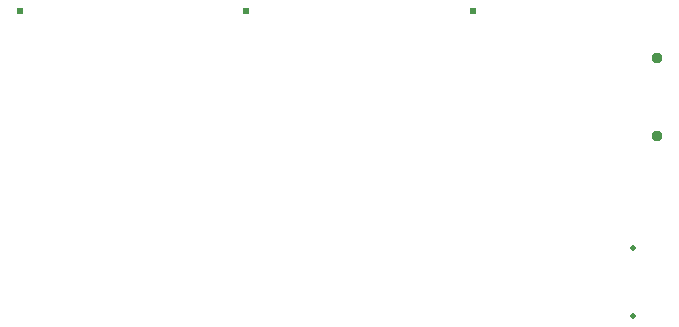
<source format=gbr>
%TF.GenerationSoftware,Altium Limited,Altium Designer,21.9.2 (33)*%
G04 Layer_Color=0*
%FSLAX45Y45*%
%MOMM*%
%TF.SameCoordinates,8C9FB855-A7A5-4AEE-82B0-D85B10D48A85*%
%TF.FilePolarity,Positive*%
%TF.FileFunction,NonPlated,1,2,NPTH,Drill*%
%TF.Part,Single*%
G01*
G75*
%TA.AperFunction,ComponentDrill*%
%ADD98C,0.50000*%
%ADD99C,0.95000*%
%ADD100C,0.61100*%
D98*
X17049802Y7838999D02*
D03*
Y8417001D02*
D03*
D99*
X17260500Y9363304D02*
D03*
Y10023302D02*
D03*
D100*
X15697200Y10423947D02*
D03*
X11861800D02*
D03*
X13779500D02*
D03*
%TF.MD5,13537c15190b5230010550fa5d885b19*%
M02*

</source>
